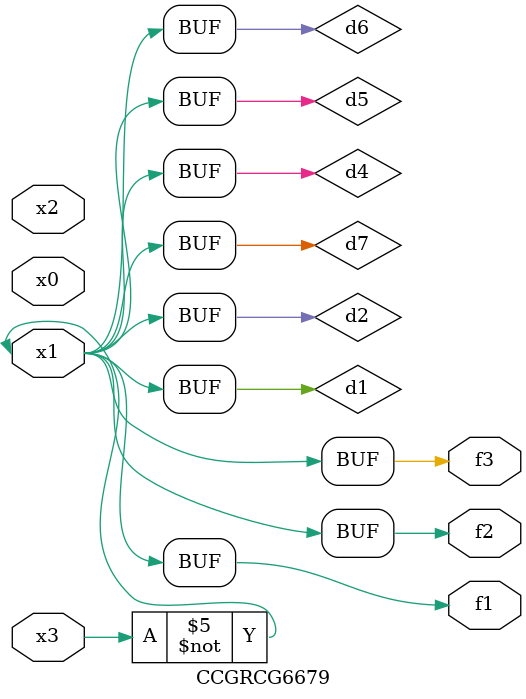
<source format=v>
module CCGRCG6679(
	input x0, x1, x2, x3,
	output f1, f2, f3
);

	wire d1, d2, d3, d4, d5, d6, d7;

	not (d1, x3);
	buf (d2, x1);
	xnor (d3, d1, d2);
	nor (d4, d1);
	buf (d5, d1, d2);
	buf (d6, d4, d5);
	nand (d7, d4);
	assign f1 = d6;
	assign f2 = d7;
	assign f3 = d6;
endmodule

</source>
